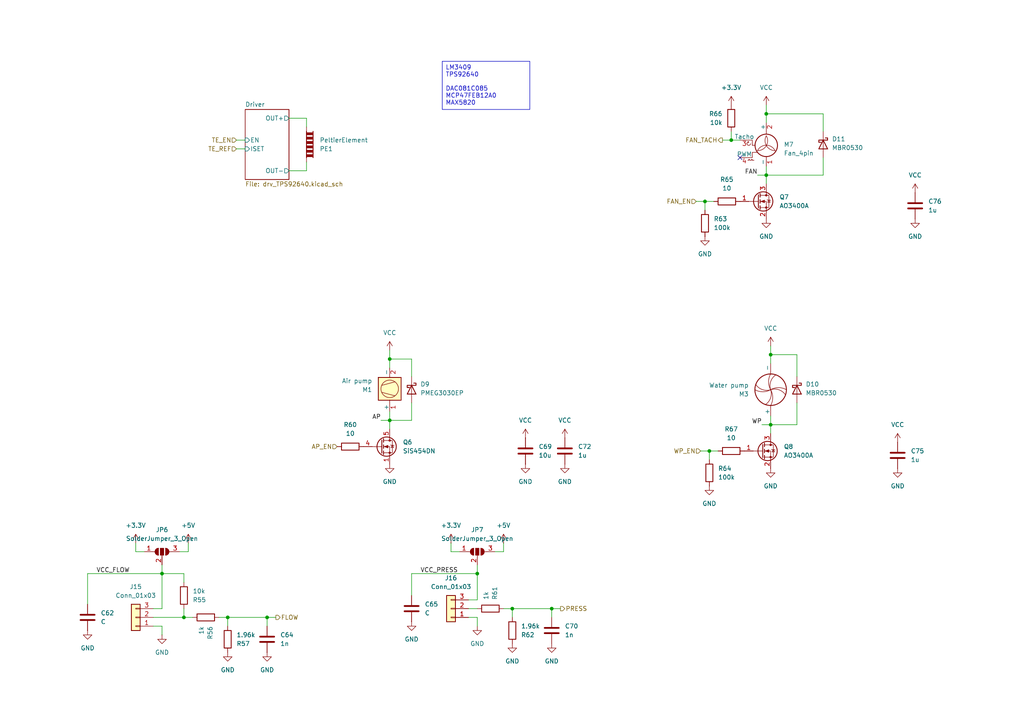
<source format=kicad_sch>
(kicad_sch (version 20231120) (generator "eeschema") (generator_version "8.0")
  (paper "A4")
  (title_block (title "Beerpak") (company "©2024 Luca Anastasio"))
  (lib_symbols
    (symbol "Connector_Generic:Conn_01x03" (pin_names (offset 1.016) hide)
      (property "Reference" "J" (at 0 5.08 0))
      (property "Value" "Conn_01x03" (at 0 -5.08 0))
      (symbol "Conn_01x03_1_1"
        (rectangle (start -1.27 -2.413) (end 0 -2.667) (stroke (width 0.1524)))
        (rectangle (start -1.27 0.127) (end 0 -0.127) (stroke (width 0.1524)))
        (rectangle (start -1.27 2.667) (end 0 2.413) (stroke (width 0.1524)))
        (rectangle (start -1.27 3.81) (end 1.27 -3.81) (stroke (width 0.254)) (fill (type background)))
        (pin passive line (at -5.08 2.54 0) (length 3.81) (name "Pin_1") (number "1"))
        (pin passive line (at -5.08 0 0) (length 3.81) (name "Pin_2") (number "2"))
        (pin passive line (at -5.08 -2.54 0) (length 3.81) (name "Pin_3") (number "3"))
      )
    )
    (symbol "Device:C" (pin_numbers hide) (pin_names (offset 0.254))
      (property "Reference" "C" (at 0.635 2.54 0))
      (property "Value" "C" (at 0.635 -2.54 0))
      (symbol "C_0_1"
        (polyline (pts (xy -2.032 -0.762) (xy 2.032 -0.762)) (stroke (width 0.508)))
        (polyline (pts (xy -2.032 0.762) (xy 2.032 0.762)) (stroke (width 0.508)))
      )
      (symbol "C_1_1"
        (pin passive line (at 0 3.81 270) (length 2.794) (name "~") (number "1"))
        (pin passive line (at 0 -3.81 90) (length 2.794) (name "~") (number "2"))
      )
    )
    (symbol "Device:D_Schottky" (pin_numbers hide) (pin_names (offset 1.016) hide)
      (property "Reference" "D" (at 0 2.54 0))
      (property "Value" "D_Schottky" (at 0 -2.54 0))
      (symbol "D_Schottky_0_1"
        (polyline (pts (xy 1.27 0) (xy -1.27 0)))
        (polyline (pts (xy 1.27 1.27) (xy 1.27 -1.27) (xy -1.27 0) (xy 1.27 1.27)) (stroke (width 0.254)))
        (polyline (pts (xy -1.905 0.635) (xy -1.905 1.27) (xy -1.27 1.27) (xy -1.27 -1.27) (xy -0.635 -1.27) (xy -0.635 -0.635)) (stroke (width 0.254)))
      )
      (symbol "D_Schottky_1_1"
        (pin passive line (at -3.81 0 0) (length 2.54) (name "K") (number "1"))
        (pin passive line (at 3.81 0 180) (length 2.54) (name "A") (number "2"))
      )
    )
    (symbol "Device:PeltierElement" (pin_numbers hide) (pin_names (offset 0))
      (property "Reference" "PE" (at 0 3.175 0))
      (property "Value" "PeltierElement" (at 0 -1.27 0))
      (symbol "PeltierElement_0_1"
        (rectangle (start -3.556 1.905) (end -2.921 0) (fill (type outline)))
        (rectangle (start -2.286 1.905) (end -1.651 0) (fill (type outline)))
        (rectangle (start -0.381 1.905) (end -1.016 0) (fill (type outline)))
        (polyline (pts (xy -3.81 0) (xy 3.81 0)) (stroke (width 0.254)) (fill (type outline)))
        (polyline (pts (xy -3.81 1.905) (xy 3.81 1.905)) (stroke (width 0.254)))
        (rectangle (start 0.889 1.905) (end 0.254 0) (fill (type outline)))
        (rectangle (start 1.524 0) (end 2.159 1.905) (fill (type outline)))
        (rectangle (start 2.794 0) (end 3.429 1.905) (fill (type outline)))
      )
      (symbol "PeltierElement_1_1"
        (pin passive line (at -5.08 0 0) (length 1.27) (name "~") (number "1"))
        (pin passive line (at 5.08 0 180) (length 1.27) (name "~") (number "2"))
      )
    )
    (symbol "Device:R" (pin_numbers hide) (pin_names (offset 0))
      (property "Reference" "R" (at 2.032 0 90))
      (property "Value" "R" (at 0 0 90))
      (symbol "R_0_1"
        (rectangle (start -1.016 -2.54) (end 1.016 2.54) (stroke (width 0.254)))
      )
      (symbol "R_1_1"
        (pin passive line (at 0 3.81 270) (length 1.27) (name "~") (number "1"))
        (pin passive line (at 0 -3.81 90) (length 1.27) (name "~") (number "2"))
      )
    )
    (symbol "Diode:MBR0530" (pin_numbers hide) (pin_names (offset 1.016) hide)
      (property "Reference" "D" (at 0 2.54 0))
      (property "Value" "MBR0530" (at 0 -2.54 0))
      (symbol "MBR0530_0_1"
        (polyline (pts (xy 1.27 0) (xy -1.27 0)))
        (polyline (pts (xy 1.27 1.27) (xy 1.27 -1.27) (xy -1.27 0) (xy 1.27 1.27)) (stroke (width 0.254)))
        (polyline (pts (xy -1.905 0.635) (xy -1.905 1.27) (xy -1.27 1.27) (xy -1.27 -1.27) (xy -0.635 -1.27) (xy -0.635 -0.635)) (stroke (width 0.254)))
      )
      (symbol "MBR0530_1_1"
        (pin passive line (at -3.81 0 0) (length 2.54) (name "K") (number "1"))
        (pin passive line (at 3.81 0 180) (length 2.54) (name "A") (number "2"))
      )
    )
    (symbol "Jumper:SolderJumper_3_Open" (pin_names (offset 0) hide) (exclude_from_sim yes) (in_bom no)
      (property "Reference" "JP" (at -2.54 -2.54 0))
      (property "Value" "SolderJumper_3_Open" (at 0 2.794 0))
      (symbol "SolderJumper_3_Open_0_1"
        (arc (start -1.016 1.016) (mid -2.0276 0) (end -1.016 -1.016))
        (arc (start -1.016 1.016) (mid -2.0276 0) (end -1.016 -1.016) (fill (type outline)))
        (rectangle (start -0.508 1.016) (end 0.508 -1.016) (fill (type outline)))
        (polyline (pts (xy -2.54 0) (xy -2.032 0)))
        (polyline (pts (xy -1.016 1.016) (xy -1.016 -1.016)))
        (polyline (pts (xy 0 -1.27) (xy 0 -1.016)))
        (polyline (pts (xy 1.016 1.016) (xy 1.016 -1.016)))
        (polyline (pts (xy 2.54 0) (xy 2.032 0)))
        (arc (start 1.016 -1.016) (mid 2.0276 0) (end 1.016 1.016))
        (arc (start 1.016 -1.016) (mid 2.0276 0) (end 1.016 1.016) (fill (type outline)))
      )
      (symbol "SolderJumper_3_Open_1_1"
        (pin passive line (at -5.08 0 0) (length 2.54) (name "A") (number "1"))
        (pin passive line (at 0 -3.81 90) (length 2.54) (name "C") (number "2"))
        (pin passive line (at 5.08 0 180) (length 2.54) (name "B") (number "3"))
      )
    )
    (symbol "Motor:Fan_4pin" (pin_names (offset 0))
      (property "Reference" "M" (at 2.54 5.08 0))
      (property "Value" "Fan_4pin" (at 2.54 -2.54 0))
      (symbol "Fan_4pin_0_0"
        (arc (start -5.588 1.524) (mid -5.08 1.0182) (end -4.572 1.524))
        (arc (start -5.08 2.032) (mid -5.4392 1.8832) (end -5.588 1.524))
        (polyline (pts (xy -5.08 2.032) (xy -5.334 2.159)))
        (polyline (pts (xy -5.08 2.032) (xy -5.207 1.778)))
        (polyline (pts (xy -4.064 2.54) (xy -4.064 1.016) (xy -3.302 1.016)))
      )
      (symbol "Fan_4pin_0_1"
        (arc (start -2.54 -0.508) (mid 0.0028 0.9121) (end 0 3.81))
        (polyline (pts (xy -4.064 2.54) (xy -5.08 2.54)))
        (polyline (pts (xy 0 -5.08) (xy 0 -4.572)))
        (polyline (pts (xy 0 -2.2352) (xy 0 -2.6416)))
        (polyline (pts (xy 0 4.2672) (xy 0 4.6228)))
        (polyline (pts (xy 0 4.572) (xy 0 5.08)))
        (polyline (pts (xy -2.54 -1.016) (xy -4.064 -1.016) (xy -4.064 -2.54) (xy -5.08 -2.54)))
        (polyline (pts (xy -5.334 -3.302) (xy -5.08 -3.302) (xy -5.08 -3.048) (xy -4.826 -3.048) (xy -4.826 -3.302) (xy -4.318 -3.302) (xy -4.318 -3.048) (xy -4.064 -3.048) (xy -4.064 -3.302) (xy -3.556 -3.302)))
        (circle (center 0 1.016) (radius 3.2512) (stroke (width 0.254)))
        (arc (start 0 3.81) (mid 0.053 0.921) (end 2.54 -0.508))
        (arc (start 2.54 -0.508) (mid 0 1.0618) (end -2.54 -0.508))
      )
      (symbol "Fan_4pin_1_1"
        (pin passive line (at 0 -5.08 90) (length 2.54) (name "-") (number "1"))
        (pin passive line (at 0 7.62 270) (length 2.54) (name "+") (number "2"))
        (pin passive line (at -7.62 2.54 0) (length 2.54) (name "Tacho") (number "3"))
        (pin input line (at -7.62 -2.54 0) (length 2.54) (name "PWM") (number "4"))
      )
    )
    (symbol "Motor:Fan_ALT" (pin_numbers hide) (pin_names (offset 0))
      (property "Reference" "M" (at 3.81 5.08 0))
      (property "Value" "Fan_ALT" (at 3.81 2.54 0))
      (symbol "Fan_ALT_0_1"
        (arc (start -4.572 0) (mid -2.286 -0.5988) (end 0 0))
        (arc (start -4.318 1.524) (mid -2.4153 0.0291) (end 0 0))
        (arc (start -1.524 -4.318) (mid -0.0291 -2.4153) (end 0 0))
        (arc (start 0 -4.572) (mid 0.5988 -2.286) (end 0 0))
        (polyline (pts (xy 0 -5.08) (xy 0 -4.572)))
        (polyline (pts (xy 0 4.572) (xy 0 5.08)))
        (circle (center 0 0) (radius 4.572) (stroke (width 0.254)))
        (arc (start 0 4.572) (mid -0.5988 2.286) (end 0 0))
        (arc (start 1.524 4.318) (mid 0.0291 2.4153) (end 0 0))
        (arc (start 4.318 -1.524) (mid 2.4153 -0.0291) (end 0 0))
        (arc (start 4.572 0) (mid 2.286 0.5988) (end 0 0))
      )
      (symbol "Fan_ALT_1_1"
        (pin passive line (at 0 7.62 270) (length 2.54) (name "+") (number "1"))
        (pin passive line (at 0 -7.62 90) (length 2.54) (name "-") (number "2"))
      )
    )
    (symbol "Motor:Fan_IEC60617" (pin_names (offset 0))
      (property "Reference" "M" (at 3.81 3.81 0))
      (property "Value" "Fan_IEC60617" (at 3.81 2.54 0))
      (symbol "Fan_IEC60617_0_1"
        (rectangle (start -3.302 4.318) (end 3.302 -2.286) (stroke (width 0.254)) (fill (type background)))
        (polyline (pts (xy -1.524 -1.016) (xy 2.286 0)))
        (polyline (pts (xy -1.524 3.048) (xy 2.286 2.032)))
        (polyline (pts (xy 0 -5.08) (xy 0 -4.572)))
        (polyline (pts (xy 0 -2.2352) (xy 0 -2.6416)))
        (polyline (pts (xy 0 4.2672) (xy 0 4.6228)))
        (polyline (pts (xy 0 4.572) (xy 0 5.08)))
        (circle (center 0 1.016) (radius 2.54))
      )
      (symbol "Fan_IEC60617_1_1"
        (pin passive line (at 0 7.62 270) (length 2.54) (name "+") (number "1"))
        (pin passive line (at 0 -5.08 90) (length 2.54) (name "-") (number "2"))
      )
    )
    (symbol "Transistor_FET:AO3400A" (pin_names hide)
      (property "Reference" "Q" (at 5.08 1.905 0))
      (property "Value" "AO3400A" (at 5.08 0 0))
      (symbol "AO3400A_0_1"
        (polyline (pts (xy 0.254 0) (xy -2.54 0)))
        (polyline (pts (xy 0.254 1.905) (xy 0.254 -1.905)) (stroke (width 0.254)))
        (polyline (pts (xy 0.762 -1.27) (xy 0.762 -2.286)) (stroke (width 0.254)))
        (polyline (pts (xy 0.762 0.508) (xy 0.762 -0.508)) (stroke (width 0.254)))
        (polyline (pts (xy 0.762 2.286) (xy 0.762 1.27)) (stroke (width 0.254)))
        (polyline (pts (xy 2.54 2.54) (xy 2.54 1.778)))
        (polyline (pts (xy 2.54 -2.54) (xy 2.54 0) (xy 0.762 0)))
        (polyline (pts (xy 0.762 -1.778) (xy 3.302 -1.778) (xy 3.302 1.778) (xy 0.762 1.778)))
        (polyline (pts (xy 1.016 0) (xy 2.032 0.381) (xy 2.032 -0.381) (xy 1.016 0)) (fill (type outline)))
        (polyline (pts (xy 2.794 0.508) (xy 2.921 0.381) (xy 3.683 0.381) (xy 3.81 0.254)))
        (polyline (pts (xy 3.302 0.381) (xy 2.921 -0.254) (xy 3.683 -0.254) (xy 3.302 0.381)))
        (circle (center 1.651 0) (radius 2.794) (stroke (width 0.254)))
        (circle (center 2.54 -1.778) (radius 0.254) (fill (type outline)))
        (circle (center 2.54 1.778) (radius 0.254) (fill (type outline)))
      )
      (symbol "AO3400A_1_1"
        (pin input line (at -5.08 0 0) (length 2.54) (name "G") (number "1"))
        (pin passive line (at 2.54 -5.08 90) (length 2.54) (name "S") (number "2"))
        (pin passive line (at 2.54 5.08 270) (length 2.54) (name "D") (number "3"))
      )
    )
    (symbol "Transistor_FET:SiS454DN" (pin_names hide)
      (property "Reference" "Q" (at 5.08 1.905 0))
      (property "Value" "SiS454DN" (at 5.08 0 0))
      (symbol "SiS454DN_0_1"
        (polyline (pts (xy 0.254 0) (xy -2.54 0)))
        (polyline (pts (xy 0.254 1.905) (xy 0.254 -1.905)) (stroke (width 0.254)))
        (polyline (pts (xy 0.762 -1.27) (xy 0.762 -2.286)) (stroke (width 0.254)))
        (polyline (pts (xy 0.762 0.508) (xy 0.762 -0.508)) (stroke (width 0.254)))
        (polyline (pts (xy 0.762 2.286) (xy 0.762 1.27)) (stroke (width 0.254)))
        (polyline (pts (xy 2.54 2.54) (xy 2.54 1.778)))
        (polyline (pts (xy 2.54 -2.54) (xy 2.54 0) (xy 0.762 0)))
        (polyline (pts (xy 0.762 -1.778) (xy 3.302 -1.778) (xy 3.302 1.778) (xy 0.762 1.778)))
        (polyline (pts (xy 1.016 0) (xy 2.032 0.381) (xy 2.032 -0.381) (xy 1.016 0)) (fill (type outline)))
        (polyline (pts (xy 2.794 0.508) (xy 2.921 0.381) (xy 3.683 0.381) (xy 3.81 0.254)))
        (polyline (pts (xy 3.302 0.381) (xy 2.921 -0.254) (xy 3.683 -0.254) (xy 3.302 0.381)))
        (circle (center 1.651 0) (radius 2.794) (stroke (width 0.254)))
        (circle (center 2.54 -1.778) (radius 0.254) (fill (type outline)))
        (circle (center 2.54 1.778) (radius 0.254) (fill (type outline)))
      )
      (symbol "SiS454DN_1_1"
        (pin passive line (at 2.54 -5.08 90) (length 2.54) (name "S") (number "1"))
        (pin passive line (at 2.54 -5.08 90) (length 2.54) hide (name "S") (number "2"))
        (pin passive line (at 2.54 -5.08 90) (length 2.54) hide (name "S") (number "3"))
        (pin input line (at -5.08 0 0) (length 2.54) (name "G") (number "4"))
        (pin passive line (at 2.54 5.08 270) (length 2.54) (name "D") (number "5"))
      )
    )
    (symbol "power:+3.3V" (power) (pin_numbers hide) (pin_names (offset 0) hide)
      (property "Value" "+3.3V" (at 0 3.556 0))
      (symbol "+3.3V_0_1"
        (polyline (pts (xy -0.762 1.27) (xy 0 2.54)))
        (polyline (pts (xy 0 0) (xy 0 2.54)))
        (polyline (pts (xy 0 2.54) (xy 0.762 1.27)))
      )
      (symbol "+3.3V_1_1"
        (pin power_in line (at 0 0 90) (length 0) (name "~") (number "1"))
      )
    )
    (symbol "power:+5V" (power) (pin_numbers hide) (pin_names (offset 0) hide)
      (property "Value" "+5V" (at 0 3.556 0))
      (symbol "+5V_0_1"
        (polyline (pts (xy -0.762 1.27) (xy 0 2.54)))
        (polyline (pts (xy 0 0) (xy 0 2.54)))
        (polyline (pts (xy 0 2.54) (xy 0.762 1.27)))
      )
      (symbol "+5V_1_1"
        (pin power_in line (at 0 0 90) (length 0) (name "~") (number "1"))
      )
    )
    (symbol "power:GND" (power) (pin_numbers hide) (pin_names (offset 0) hide)
      (property "Value" "GND" (at 0 -3.81 0))
      (symbol "GND_0_1"
        (polyline (pts (xy 0 0) (xy 0 -1.27) (xy 1.27 -1.27) (xy 0 -2.54) (xy -1.27 -1.27) (xy 0 -1.27)))
      )
      (symbol "GND_1_1"
        (pin power_in line (at 0 0 270) (length 0) (name "~") (number "1"))
      )
    )
    (symbol "power:VCC" (power) (pin_numbers hide) (pin_names (offset 0) hide)
      (property "Value" "VCC" (at 0 3.556 0))
      (symbol "VCC_0_1"
        (polyline (pts (xy -0.762 1.27) (xy 0 2.54)))
        (polyline (pts (xy 0 0) (xy 0 2.54)))
        (polyline (pts (xy 0 2.54) (xy 0.762 1.27)))
      )
      (symbol "VCC_1_1"
        (pin power_in line (at 0 0 90) (length 0) (name "~") (number "1"))
      )
    )
  )
  (junction (at 160.02 176.53))
  (junction (at 222.25 33.02))
  (junction (at 113.03 104.14))
  (junction (at 77.47 179.07))
  (junction (at 148.59 176.53))
  (junction (at 46.99 166.37))
  (junction (at 204.47 58.42))
  (junction (at 138.43 166.37))
  (junction (at 113.03 121.92))
  (junction (at 223.52 102.87))
  (junction (at 212.09 40.64))
  (junction (at 53.34 179.07))
  (junction (at 223.52 123.19))
  (junction (at 205.74 130.81))
  (junction (at 222.25 50.8))
  (junction (at 66.04 179.07))
  (no_connect (at 214.63 45.72))
  (wire (pts (xy 222.25 30.48) (xy 222.25 33.02)))
  (wire (pts (xy 231.14 102.87) (xy 223.52 102.87)))
  (wire (pts (xy 88.9 49.53) (xy 88.9 46.99)))
  (wire (pts (xy 223.52 123.19) (xy 223.52 125.73)))
  (wire (pts (xy 160.02 176.53) (xy 162.56 176.53)))
  (wire (pts (xy 238.76 50.8) (xy 222.25 50.8)))
  (wire (pts (xy 146.05 160.02) (xy 143.51 160.02)))
  (wire (pts (xy 222.25 48.26) (xy 222.25 50.8)))
  (wire (pts (xy 113.03 121.92) (xy 113.03 124.46)))
  (wire (pts (xy 212.09 40.64) (xy 214.63 40.64)))
  (wire (pts (xy 138.43 166.37) (xy 138.43 173.99)))
  (wire (pts (xy 77.47 179.07) (xy 80.01 179.07)))
  (wire (pts (xy 146.05 157.48) (xy 146.05 160.02)))
  (wire (pts (xy 110.49 121.92) (xy 113.03 121.92)))
  (wire (pts (xy 53.34 176.53) (xy 53.34 179.07)))
  (wire (pts (xy 46.99 176.53) (xy 44.45 176.53)))
  (wire (pts (xy 39.37 157.48) (xy 39.37 160.02)))
  (wire (pts (xy 119.38 109.22) (xy 119.38 104.14)))
  (wire (pts (xy 204.47 58.42) (xy 207.01 58.42)))
  (wire (pts (xy 205.74 130.81) (xy 205.74 133.35)))
  (wire (pts (xy 83.82 34.29) (xy 88.9 34.29)))
  (wire (pts (xy 68.58 40.64) (xy 71.12 40.64)))
  (wire (pts (xy 231.14 116.84) (xy 231.14 123.19)))
  (wire (pts (xy 148.59 176.53) (xy 148.59 179.07)))
  (wire (pts (xy 231.14 123.19) (xy 223.52 123.19)))
  (wire (pts (xy 222.25 50.8) (xy 222.25 53.34)))
  (wire (pts (xy 25.4 175.26) (xy 25.4 166.37)))
  (wire (pts (xy 39.37 160.02) (xy 41.91 160.02)))
  (wire (pts (xy 53.34 179.07) (xy 44.45 179.07)))
  (wire (pts (xy 88.9 34.29) (xy 88.9 36.83)))
  (wire (pts (xy 46.99 166.37) (xy 46.99 176.53)))
  (wire (pts (xy 66.04 179.07) (xy 77.47 179.07)))
  (wire (pts (xy 220.98 123.19) (xy 223.52 123.19)))
  (wire (pts (xy 203.2 130.81) (xy 205.74 130.81)))
  (wire (pts (xy 68.58 43.18) (xy 71.12 43.18)))
  (wire (pts (xy 119.38 172.72) (xy 119.38 166.37)))
  (wire (pts (xy 54.61 160.02) (xy 52.07 160.02)))
  (wire (pts (xy 238.76 45.72) (xy 238.76 50.8)))
  (wire (pts (xy 46.99 163.83) (xy 46.99 166.37)))
  (wire (pts (xy 209.55 40.64) (xy 212.09 40.64)))
  (wire (pts (xy 219.71 50.8) (xy 222.25 50.8)))
  (wire (pts (xy 54.61 157.48) (xy 54.61 160.02)))
  (wire (pts (xy 205.74 130.81) (xy 208.28 130.81)))
  (wire (pts (xy 223.52 100.33) (xy 223.52 102.87)))
  (wire (pts (xy 66.04 179.07) (xy 66.04 181.61)))
  (wire (pts (xy 113.03 104.14) (xy 113.03 106.68)))
  (wire (pts (xy 53.34 168.91) (xy 53.34 166.37)))
  (wire (pts (xy 138.43 163.83) (xy 138.43 166.37)))
  (wire (pts (xy 231.14 109.22) (xy 231.14 102.87)))
  (wire (pts (xy 138.43 179.07) (xy 135.89 179.07)))
  (wire (pts (xy 204.47 58.42) (xy 204.47 60.96)))
  (wire (pts (xy 25.4 166.37) (xy 46.99 166.37)))
  (wire (pts (xy 53.34 166.37) (xy 46.99 166.37)))
  (wire (pts (xy 223.52 102.87) (xy 223.52 105.41)))
  (wire (pts (xy 160.02 176.53) (xy 160.02 179.07)))
  (wire (pts (xy 130.81 160.02) (xy 133.35 160.02)))
  (wire (pts (xy 46.99 184.15) (xy 46.99 181.61)))
  (wire (pts (xy 223.52 120.65) (xy 223.52 123.19)))
  (wire (pts (xy 138.43 181.61) (xy 138.43 179.07)))
  (wire (pts (xy 238.76 33.02) (xy 222.25 33.02)))
  (wire (pts (xy 146.05 176.53) (xy 148.59 176.53)))
  (wire (pts (xy 119.38 116.84) (xy 119.38 121.92)))
  (wire (pts (xy 113.03 101.6) (xy 113.03 104.14)))
  (wire (pts (xy 238.76 38.1) (xy 238.76 33.02)))
  (wire (pts (xy 119.38 166.37) (xy 138.43 166.37)))
  (wire (pts (xy 130.81 157.48) (xy 130.81 160.02)))
  (wire (pts (xy 135.89 176.53) (xy 138.43 176.53)))
  (wire (pts (xy 148.59 176.53) (xy 160.02 176.53)))
  (wire (pts (xy 119.38 121.92) (xy 113.03 121.92)))
  (wire (pts (xy 46.99 181.61) (xy 44.45 181.61)))
  (wire (pts (xy 63.5 179.07) (xy 66.04 179.07)))
  (wire (pts (xy 113.03 119.38) (xy 113.03 121.92)))
  (wire (pts (xy 53.34 179.07) (xy 55.88 179.07)))
  (wire (pts (xy 83.82 49.53) (xy 88.9 49.53)))
  (wire (pts (xy 77.47 179.07) (xy 77.47 181.61)))
  (wire (pts (xy 119.38 104.14) (xy 113.03 104.14)))
  (wire (pts (xy 212.09 38.1) (xy 212.09 40.64)))
  (wire (pts (xy 222.25 33.02) (xy 222.25 35.56)))
  (wire (pts (xy 201.93 58.42) (xy 204.47 58.42)))
  (wire (pts (xy 135.89 173.99) (xy 138.43 173.99)))
  (text_box "LM3409\nTPS92640\n\nDAC081C085\nMCP47FEB12A0\nMAX5820" (at 128.27 17.78 0) (size 25.4 13.97) (effects (font (size 1.27 1.27)) (justify left top)))
  (label "AP" (at 110.49 121.92 180))
  (label "WP" (at 220.98 123.19 180))
  (label "VCC_FLOW" (at 27.94 166.37 0))
  (label "FAN" (at 219.71 50.8 180))
  (label "VCC_PRESS" (at 121.92 166.37 0))
  (hierarchical_label "PRESS" (shape output) (at 162.56 176.53 0))
  (hierarchical_label "AP_EN" (shape input) (at 97.79 129.54 180))
  (hierarchical_label "FLOW" (shape output) (at 80.01 179.07 0))
  (hierarchical_label "TE_EN" (shape input) (at 68.58 40.64 180))
  (hierarchical_label "FAN_EN" (shape input) (at 201.93 58.42 180))
  (hierarchical_label "FAN_TACH" (shape output) (at 209.55 40.64 180))
  (hierarchical_label "WP_EN" (shape input) (at 203.2 130.81 180))
  (hierarchical_label "TE_REF" (shape input) (at 68.58 43.18 180))
  (symbol (lib_id "Device:R") (at 66.04 185.42 0) (mirror x) (unit 1)
    (property "Reference" "R57" (at 68.58 186.6901 0) (effects (justify left)))
    (property "Value" "1.96k" (at 68.58 184.1501 0) (effects (justify left)))
    (property "Footprint" "Resistor_SMD:R_0603_1608Metric" (effects (hide yes)))
    (property "Description" "Resistor" (effects (hide yes)))
    (instances (project "portabeer_pcb" (path "" (reference "R57") (unit 1)) (path "" (reference "R74") (unit 1))))
  )
  (symbol (lib_id "Device:C") (at 25.4 179.07 0) (unit 1)
    (property "Reference" "C62" (at 29.21 177.7999 0) (effects (justify left)))
    (property "Value" "C" (at 29.21 180.3399 0) (effects (justify left)))
    (property "Footprint" "Capacitor_SMD:C_0603_1608Metric" (effects (hide yes)))
    (property "Description" "Unpolarized capacitor" (effects (hide yes)))
    (instances (project "portabeer_pcb" (path "" (reference "C62") (unit 1)) (path "" (reference "C77") (unit 1))))
  )
  (symbol (lib_id "Device:R") (at 212.09 130.81 90) (unit 1)
    (property "Reference" "R67" (at 212.09 124.46 90))
    (property "Value" "10" (at 212.09 127 90))
    (property "Footprint" "Resistor_SMD:R_0603_1608Metric" (effects (hide yes)))
    (property "Description" "Resistor" (effects (hide yes)))
    (instances (project "" (path "" (reference "R67") (unit 1)) (path "" (reference "R84") (unit 1))))
  )
  (symbol (lib_id "Transistor_FET:AO3400A") (at 220.98 130.81 0) (unit 1)
    (property "Reference" "Q8" (at 227.33 129.5399 0) (effects (justify left)))
    (property "Value" "AO3400A" (at 227.33 132.0799 0) (effects (justify left)))
    (property "Footprint" "Package_TO_SOT_SMD:SOT-23" (effects (hide yes)))
    (property "Datasheet" "http://www.aosmd.com/pdfs/datasheet/AO3400A.pdf" (effects (hide yes)))
    (property "Description" "30V Vds, 5.7A Id, N-Channel MOSFET, SOT-23" (effects (hide yes)))
    (instances (project "portabeer_pcb" (path "" (reference "Q8") (unit 1)) (path "" (reference "Q11") (unit 1))))
  )
  (symbol (lib_id "Device:R") (at 101.6 129.54 90) (unit 1)
    (property "Reference" "R60" (at 101.6 123.19 90))
    (property "Value" "10" (at 101.6 125.73 90))
    (property "Footprint" "Resistor_SMD:R_0603_1608Metric" (effects (hide yes)))
    (property "Description" "Resistor" (effects (hide yes)))
    (instances (project "portabeer_pcb" (path "" (reference "R60") (unit 1)) (path "" (reference "R77") (unit 1))))
  )
  (symbol (lib_id "power:GND") (at 119.38 180.34 0) (unit 1)
    (property "Reference" "#PWR0208" (effects (hide yes)))
    (property "Value" "GND" (at 119.38 185.42 0))
    (property "Description" "Power symbol creates a global label with name \"GND\" , ground" (effects (hide yes)))
    (instances (project "portabeer_pcb" (path "" (reference "#PWR0208") (unit 1)) (path "" (reference "#PWR0260") (unit 1))))
  )
  (symbol (lib_id "Device:C") (at 265.43 59.69 0) (unit 1)
    (property "Reference" "C76" (at 269.24 58.4199 0) (effects (justify left)))
    (property "Value" "1u" (at 269.24 60.9599 0) (effects (justify left)))
    (property "Footprint" "Capacitor_SMD:C_0603_1608Metric" (effects (hide yes)))
    (property "Description" "Unpolarized capacitor" (effects (hide yes)))
    (instances (project "" (path "" (reference "C76") (unit 1)) (path "" (reference "C91") (unit 1))))
  )
  (symbol (lib_id "power:GND") (at 113.03 134.62 0) (unit 1)
    (property "Reference" "#PWR0207" (effects (hide yes)))
    (property "Value" "GND" (at 113.03 139.7 0))
    (property "Description" "Power symbol creates a global label with name \"GND\" , ground" (effects (hide yes)))
    (instances (project "" (path "" (reference "#PWR0207") (unit 1)) (path "" (reference "#PWR0259") (unit 1))))
  )
  (symbol (lib_id "power:+3.3V") (at 130.81 157.48 0) (unit 1)
    (property "Reference" "#PWR0209" (effects (hide yes)))
    (property "Value" "+3.3V" (at 130.81 152.4 0))
    (property "Description" "Power symbol creates a global label with name \"+3.3V\"" (effects (hide yes)))
    (instances (project "portabeer_pcb" (path "" (reference "#PWR0209") (unit 1)) (path "" (reference "#PWR0261") (unit 1))))
  )
  (symbol (lib_id "power:GND") (at 265.43 63.5 0) (unit 1)
    (property "Reference" "#PWR0240" (effects (hide yes)))
    (property "Value" "GND" (at 265.43 68.58 0))
    (property "Description" "Power symbol creates a global label with name \"GND\" , ground" (effects (hide yes)))
    (instances (project "" (path "" (reference "#PWR0240") (unit 1)) (path "" (reference "#PWR0292") (unit 1))))
  )
  (symbol (lib_id "power:GND") (at 66.04 189.23 0) (unit 1)
    (property "Reference" "#PWR0200" (effects (hide yes)))
    (property "Value" "GND" (at 66.04 194.31 0))
    (property "Description" "Power symbol creates a global label with name \"GND\" , ground" (effects (hide yes)))
    (instances (project "portabeer_pcb" (path "" (reference "#PWR0200") (unit 1)) (path "" (reference "#PWR0252") (unit 1))))
  )
  (symbol (lib_id "Motor:Fan_ALT") (at 223.52 113.03 180) (unit 1)
    (property "Reference" "M3" (at 217.17 114.3001 0) (effects (justify left)))
    (property "Value" "Water pump" (at 217.17 111.7601 0) (effects (justify left)))
    (property "Footprint" "portabeer:Molex_KK-254_1x02_P2.54mm_Horizontal" (effects (hide yes)))
    (property "Description" "Fan without PWM or tach, alternative symbol" (effects (hide yes)))
    (instances (project "" (path "" (reference "M3") (unit 1)) (path "" (reference "M6") (unit 1))))
  )
  (symbol (lib_id "Device:C") (at 119.38 176.53 0) (unit 1)
    (property "Reference" "C65" (at 123.19 175.2599 0) (effects (justify left)))
    (property "Value" "C" (at 123.19 177.7999 0) (effects (justify left)))
    (property "Footprint" "Capacitor_SMD:C_0603_1608Metric" (effects (hide yes)))
    (property "Description" "Unpolarized capacitor" (effects (hide yes)))
    (instances (project "portabeer_pcb" (path "" (reference "C65") (unit 1)) (path "" (reference "C80") (unit 1))))
  )
  (symbol (lib_id "Device:R") (at 142.24 176.53 270) (mirror x) (unit 1)
    (property "Reference" "R61" (at 143.5101 173.99 0) (effects (justify left)))
    (property "Value" "1k" (at 140.9701 173.99 0) (effects (justify left)))
    (property "Footprint" "Resistor_SMD:R_0603_1608Metric" (effects (hide yes)))
    (property "Description" "Resistor" (effects (hide yes)))
    (instances (project "portabeer_pcb" (path "" (reference "R61") (unit 1)) (path "" (reference "R78") (unit 1))))
  )
  (symbol (lib_id "power:GND") (at 205.74 140.97 0) (unit 1)
    (property "Reference" "#PWR0227" (effects (hide yes)))
    (property "Value" "GND" (at 205.74 146.05 0))
    (property "Description" "Power symbol creates a global label with name \"GND\" , ground" (effects (hide yes)))
    (instances (project "portabeer_pcb" (path "" (reference "#PWR0227") (unit 1)) (path "" (reference "#PWR0279") (unit 1))))
  )
  (symbol (lib_id "Device:PeltierElement") (at 88.9 41.91 270) (mirror x) (unit 1)
    (property "Reference" "PE1" (at 92.71 43.1801 90) (effects (justify left)))
    (property "Value" "PeltierElement" (at 92.71 40.6401 90) (effects (justify left)))
    (property "Footprint" "Connector_Phoenix_MSTB:PhoenixContact_MSTBA_2,5_2-G-5,08_1x02_P5.08mm_Horizontal" (effects (hide yes)))
    (property "Description" "Peltier element, thermoelectric cooler" (effects (hide yes)))
    (instances (project "" (path "" (reference "PE1") (unit 1)) (path "" (reference "PE2") (unit 1))))
  )
  (symbol (lib_id "Transistor_FET:SiS454DN") (at 110.49 129.54 0) (unit 1)
    (property "Reference" "Q6" (at 116.84 128.2699 0) (effects (justify left)))
    (property "Value" "SiS454DN" (at 116.84 130.8099 0) (effects (justify left)))
    (property "Footprint" "portabeer:Vishay_PowerPAK_1212-8_Single" (effects (hide yes)))
    (property "Datasheet" "https://www.vishay.com/docs/66707/sis454dn.pdf" (effects (hide yes)))
    (property "Description" "35A Id, 20V Vds, N-Channel MOSFET, PowerPAK 1212-8 Single" (effects (hide yes)))
    (instances (project "" (path "" (reference "Q6") (unit 1)) (path "" (reference "Q9") (unit 1))))
  )
  (symbol (lib_id "power:GND") (at 223.52 135.89 0) (unit 1)
    (property "Reference" "#PWR0232" (effects (hide yes)))
    (property "Value" "GND" (at 223.52 140.97 0))
    (property "Description" "Power symbol creates a global label with name \"GND\" , ground" (effects (hide yes)))
    (instances (project "" (path "" (reference "#PWR0232") (unit 1)) (path "" (reference "#PWR0284") (unit 1))))
  )
  (symbol (lib_id "power:GND") (at 204.47 68.58 0) (unit 1)
    (property "Reference" "#PWR0226" (effects (hide yes)))
    (property "Value" "GND" (at 204.47 73.66 0))
    (property "Description" "Power symbol creates a global label with name \"GND\" , ground" (effects (hide yes)))
    (instances (project "portabeer_pcb" (path "" (reference "#PWR0226") (unit 1)) (path "" (reference "#PWR0278") (unit 1))))
  )
  (symbol (lib_id "Device:D_Schottky") (at 119.38 113.03 270) (unit 1)
    (property "Reference" "D9" (at 121.92 111.4424 90) (effects (justify left)))
    (property "Value" "PMEG3030EP" (at 121.92 113.9824 90) (effects (justify left)))
    (property "Footprint" "Diode_SMD:D_SOD-128" (effects (hide yes)))
    (property "Description" "Schottky diode" (effects (hide yes)))
    (instances (project "portabeer_pcb" (path "" (reference "D9") (unit 1)) (path "" (reference "D12") (unit 1))))
  )
  (symbol (lib_id "power:+3.3V") (at 212.09 30.48 0) (unit 1)
    (property "Reference" "#PWR0228" (effects (hide yes)))
    (property "Value" "+3.3V" (at 212.09 25.4 0))
    (property "Description" "Power symbol creates a global label with name \"+3.3V\"" (effects (hide yes)))
    (instances (project "" (path "" (reference "#PWR0228") (unit 1)) (path "" (reference "#PWR0280") (unit 1))))
  )
  (symbol (lib_id "Connector_Generic:Conn_01x03") (at 39.37 179.07 180) (unit 1)
    (property "Reference" "J15" (at 39.37 170.18 0))
    (property "Value" "Conn_01x03" (at 39.37 172.72 0))
    (property "Footprint" "Connector_JST:JST_XH_B3B-XH-A_1x03_P2.50mm_Vertical" (effects (hide yes)))
    (property "Description" "Generic connector, single row, 01x03, script generated (kicad-library-utils/schlib/autogen/connector/)" (effects (hide yes)))
    (instances (project "" (path "" (reference "J15") (unit 1)) (path "" (reference "J17") (unit 1))))
  )
  (symbol (lib_id "Diode:MBR0530") (at 231.14 113.03 270) (unit 1)
    (property "Reference" "D10" (at 233.68 111.4424 90) (effects (justify left)))
    (property "Value" "MBR0530" (at 233.68 113.9824 90) (effects (justify left)))
    (property "Footprint" "Diode_SMD:D_SOD-123" (effects (hide yes)))
    (property "Datasheet" "http://www.mccsemi.com/up_pdf/MBR0520~MBR0580(SOD123).pdf" (effects (hide yes)))
    (property "Description" "30V 0.5A Schottky Power Rectifier Diode, SOD-123" (effects (hide yes)))
    (instances (project "portabeer_pcb" (path "" (reference "D10") (unit 1)) (path "" (reference "D13") (unit 1))))
  )
  (symbol (lib_id "power:+5V") (at 146.05 157.48 0) (unit 1)
    (property "Reference" "#PWR0215" (effects (hide yes)))
    (property "Value" "+5V" (at 146.05 152.4 0))
    (property "Description" "Power symbol creates a global label with name \"+5V\"" (effects (hide yes)))
    (instances (project "" (path "" (reference "#PWR0215") (unit 1)) (path "" (reference "#PWR0267") (unit 1))))
  )
  (symbol (lib_id "power:+5V") (at 54.61 157.48 0) (unit 1)
    (property "Reference" "#PWR0194" (effects (hide yes)))
    (property "Value" "+5V" (at 54.61 152.4 0))
    (property "Description" "Power symbol creates a global label with name \"+5V\"" (effects (hide yes)))
    (instances (project "portabeer_pcb" (path "" (reference "#PWR0194") (unit 1)) (path "" (reference "#PWR0246") (unit 1))))
  )
  (symbol (lib_id "power:GND") (at 163.83 134.62 0) (unit 1)
    (property "Reference" "#PWR0225" (effects (hide yes)))
    (property "Value" "GND" (at 163.83 139.7 0))
    (property "Description" "Power symbol creates a global label with name \"GND\" , ground" (effects (hide yes)))
    (instances (project "portabeer_pcb" (path "" (reference "#PWR0225") (unit 1)) (path "" (reference "#PWR0277") (unit 1))))
  )
  (symbol (lib_id "Device:C") (at 160.02 182.88 0) (unit 1)
    (property "Reference" "C70" (at 163.83 181.6099 0) (effects (justify left)))
    (property "Value" "1n" (at 163.83 184.1499 0) (effects (justify left)))
    (property "Footprint" "Capacitor_SMD:C_0603_1608Metric" (effects (hide yes)))
    (property "Description" "Unpolarized capacitor" (effects (hide yes)))
    (instances (project "portabeer_pcb" (path "" (reference "C70") (unit 1)) (path "" (reference "C85") (unit 1))))
  )
  (symbol (lib_id "Jumper:SolderJumper_3_Open") (at 46.99 160.02 0) (unit 1) (exclude_from_sim yes) (in_bom no)
    (property "Reference" "JP6" (at 46.99 153.67 0))
    (property "Value" "SolderJumper_3_Open" (at 46.99 156.21 0))
    (property "Footprint" "Jumper:SolderJumper-3_P1.3mm_Open_RoundedPad1.0x1.5mm" (effects (hide yes)))
    (property "Description" "Solder Jumper, 3-pole, open" (effects (hide yes)))
    (instances (project "" (path "" (reference "JP6") (unit 1)) (path "" (reference "JP8") (unit 1))))
  )
  (symbol (lib_id "Device:C") (at 163.83 130.81 0) (unit 1)
    (property "Reference" "C72" (at 167.64 129.5399 0) (effects (justify left)))
    (property "Value" "1u" (at 167.64 132.0799 0) (effects (justify left)))
    (property "Footprint" "Capacitor_SMD:C_0603_1608Metric" (effects (hide yes)))
    (property "Description" "Unpolarized capacitor" (effects (hide yes)))
    (instances (project "portabeer_pcb" (path "" (reference "C72") (unit 1)) (path "" (reference "C87") (unit 1))))
  )
  (symbol (lib_id "power:GND") (at 25.4 182.88 0) (unit 1)
    (property "Reference" "#PWR0189" (effects (hide yes)))
    (property "Value" "GND" (at 25.4 187.96 0))
    (property "Description" "Power symbol creates a global label with name \"GND\" , ground" (effects (hide yes)))
    (instances (project "portabeer_pcb" (path "" (reference "#PWR0189") (unit 1)) (path "" (reference "#PWR0241") (unit 1))))
  )
  (symbol (lib_id "power:VCC") (at 222.25 30.48 0) (unit 1)
    (property "Reference" "#PWR0229" (effects (hide yes)))
    (property "Value" "VCC" (at 222.25 25.4 0))
    (property "Description" "Power symbol creates a global label with name \"VCC\"" (effects (hide yes)))
    (instances (project "portabeer_pcb" (path "" (reference "#PWR0229") (unit 1)) (path "" (reference "#PWR0281") (unit 1))))
  )
  (symbol (lib_id "Device:R") (at 205.74 137.16 180) (unit 1)
    (property "Reference" "R64" (at 208.28 135.8899 0) (effects (justify right)))
    (property "Value" "100k" (at 208.28 138.4299 0) (effects (justify right)))
    (property "Footprint" "Resistor_SMD:R_0603_1608Metric" (effects (hide yes)))
    (property "Description" "Resistor" (effects (hide yes)))
    (instances (project "portabeer_pcb" (path "" (reference "R64") (unit 1)) (path "" (reference "R81") (unit 1))))
  )
  (symbol (lib_id "Device:R") (at 53.34 172.72 0) (mirror x) (unit 1)
    (property "Reference" "R55" (at 55.88 173.9901 0) (effects (justify left)))
    (property "Value" "10k" (at 55.88 171.4501 0) (effects (justify left)))
    (property "Footprint" "Resistor_SMD:R_0603_1608Metric" (effects (hide yes)))
    (property "Description" "Resistor" (effects (hide yes)))
    (instances (project "portabeer_pcb" (path "" (reference "R55") (unit 1)) (path "" (reference "R72") (unit 1))))
  )
  (symbol (lib_id "Diode:MBR0530") (at 238.76 41.91 270) (unit 1)
    (property "Reference" "D11" (at 241.3 40.3224 90) (effects (justify left)))
    (property "Value" "MBR0530" (at 241.3 42.8624 90) (effects (justify left)))
    (property "Footprint" "Diode_SMD:D_SOD-123" (effects (hide yes)))
    (property "Datasheet" "http://www.mccsemi.com/up_pdf/MBR0520~MBR0580(SOD123).pdf" (effects (hide yes)))
    (property "Description" "30V 0.5A Schottky Power Rectifier Diode, SOD-123" (effects (hide yes)))
    (instances (project "" (path "" (reference "D11") (unit 1)) (path "" (reference "D14") (unit 1))))
  )
  (symbol (lib_id "Motor:Fan_4pin") (at 222.25 43.18 0) (unit 1)
    (property "Reference" "M7" (at 227.33 41.9099 0) (effects (justify left)))
    (property "Value" "Fan_4pin" (at 227.33 44.4499 0) (effects (justify left)))
    (property "Footprint" "portabeer:Molex_KK-254_1x03_P2.54mm_Horizontal" (effects (hide yes)))
    (property "Datasheet" "http://www.formfactors.org/developer%5Cspecs%5Crev1_2_public.pdf" (effects (hide yes)))
    (property "Description" "Fan, tacho output, PWM input, 4-pin connector" (effects (hide yes)))
    (instances (project "" (path "" (reference "M7") (unit 1)) (path "" (reference "M8") (unit 1))))
  )
  (symbol (lib_id "power:GND") (at 152.4 134.62 0) (unit 1)
    (property "Reference" "#PWR0220" (effects (hide yes)))
    (property "Value" "GND" (at 152.4 139.7 0))
    (property "Description" "Power symbol creates a global label with name \"GND\" , ground" (effects (hide yes)))
    (instances (project "portabeer_pcb" (path "" (reference "#PWR0220") (unit 1)) (path "" (reference "#PWR0272") (unit 1))))
  )
  (symbol (lib_id "Connector_Generic:Conn_01x03") (at 130.81 176.53 180) (unit 1)
    (property "Reference" "J16" (at 130.81 167.64 0))
    (property "Value" "Conn_01x03" (at 130.81 170.18 0))
    (property "Footprint" "Connector_JST:JST_XH_B3B-XH-A_1x03_P2.50mm_Vertical" (effects (hide yes)))
    (property "Description" "Generic connector, single row, 01x03, script generated (kicad-library-utils/schlib/autogen/connector/)" (effects (hide yes)))
    (instances (project "" (path "" (reference "J16") (unit 1)) (path "" (reference "J18") (unit 1))))
  )
  (symbol (lib_id "Device:C") (at 77.47 185.42 0) (unit 1)
    (property "Reference" "C64" (at 81.28 184.1499 0) (effects (justify left)))
    (property "Value" "1n" (at 81.28 186.6899 0) (effects (justify left)))
    (property "Footprint" "Capacitor_SMD:C_0603_1608Metric" (effects (hide yes)))
    (property "Description" "Unpolarized capacitor" (effects (hide yes)))
    (instances (project "portabeer_pcb" (path "" (reference "C64") (unit 1)) (path "" (reference "C79") (unit 1))))
  )
  (symbol (lib_id "power:+3.3V") (at 39.37 157.48 0) (unit 1)
    (property "Reference" "#PWR0191" (effects (hide yes)))
    (property "Value" "+3.3V" (at 39.37 152.4 0))
    (property "Description" "Power symbol creates a global label with name \"+3.3V\"" (effects (hide yes)))
    (instances (project "portabeer_pcb" (path "" (reference "#PWR0191") (unit 1)) (path "" (reference "#PWR0243") (unit 1))))
  )
  (symbol (lib_id "Device:C") (at 152.4 130.81 0) (unit 1)
    (property "Reference" "C69" (at 156.21 129.5399 0) (effects (justify left)))
    (property "Value" "10u" (at 156.21 132.0799 0) (effects (justify left)))
    (property "Footprint" "Capacitor_SMD:C_1206_3216Metric" (effects (hide yes)))
    (property "Description" "Unpolarized capacitor" (effects (hide yes)))
    (instances (project "portabeer_pcb" (path "" (reference "C69") (unit 1)) (path "" (reference "C84") (unit 1))))
  )
  (symbol (lib_id "power:VCC") (at 113.03 101.6 0) (unit 1)
    (property "Reference" "#PWR0206" (effects (hide yes)))
    (property "Value" "VCC" (at 113.03 96.52 0))
    (property "Description" "Power symbol creates a global label with name \"VCC\"" (effects (hide yes)))
    (instances (project "portabeer_pcb" (path "" (reference "#PWR0206") (unit 1)) (path "" (reference "#PWR0258") (unit 1))))
  )
  (symbol (lib_id "power:VCC") (at 152.4 127 0) (unit 1)
    (property "Reference" "#PWR0219" (effects (hide yes)))
    (property "Value" "VCC" (at 152.4 121.92 0))
    (property "Description" "Power symbol creates a global label with name \"VCC\"" (effects (hide yes)))
    (instances (project "portabeer_pcb" (path "" (reference "#PWR0219") (unit 1)) (path "" (reference "#PWR0271") (unit 1))))
  )
  (symbol (lib_id "power:GND") (at 46.99 184.15 0) (unit 1)
    (property "Reference" "#PWR0193" (effects (hide yes)))
    (property "Value" "GND" (at 46.99 189.23 0))
    (property "Description" "Power symbol creates a global label with name \"GND\" , ground" (effects (hide yes)))
    (instances (project "portabeer_pcb" (path "" (reference "#PWR0193") (unit 1)) (path "" (reference "#PWR0245") (unit 1))))
  )
  (symbol (lib_id "power:VCC") (at 223.52 100.33 0) (unit 1)
    (property "Reference" "#PWR0231" (effects (hide yes)))
    (property "Value" "VCC" (at 223.52 95.25 0))
    (property "Description" "Power symbol creates a global label with name \"VCC\"" (effects (hide yes)))
    (instances (project "portabeer_pcb" (path "" (reference "#PWR0231") (unit 1)) (path "" (reference "#PWR0283") (unit 1))))
  )
  (symbol (lib_id "power:VCC") (at 260.35 128.27 0) (unit 1)
    (property "Reference" "#PWR0237" (effects (hide yes)))
    (property "Value" "VCC" (at 260.35 123.19 0))
    (property "Description" "Power symbol creates a global label with name \"VCC\"" (effects (hide yes)))
    (instances (project "portabeer_pcb" (path "" (reference "#PWR0237") (unit 1)) (path "" (reference "#PWR0289") (unit 1))))
  )
  (symbol (lib_id "Motor:Fan_IEC60617") (at 113.03 111.76 180) (unit 1)
    (property "Reference" "M1" (at 107.95 113.0301 0) (effects (justify left)))
    (property "Value" "Air pump" (at 107.95 110.4901 0) (effects (justify left)))
    (property "Footprint" "Connector_Phoenix_MC:PhoenixContact_MC_1,5_2-G-3.81_1x02_P3.81mm_Horizontal" (effects (hide yes)))
    (property "Description" "Fan (according to IEC-60617)" (effects (hide yes)))
    (instances (project "" (path "" (reference "M1") (unit 1)) (path "" (reference "M4") (unit 1))))
  )
  (symbol (lib_id "power:GND") (at 77.47 189.23 0) (unit 1)
    (property "Reference" "#PWR0201" (effects (hide yes)))
    (property "Value" "GND" (at 77.47 194.31 0))
    (property "Description" "Power symbol creates a global label with name \"GND\" , ground" (effects (hide yes)))
    (instances (project "portabeer_pcb" (path "" (reference "#PWR0201") (unit 1)) (path "" (reference "#PWR0253") (unit 1))))
  )
  (symbol (lib_id "power:VCC") (at 163.83 127 0) (unit 1)
    (property "Reference" "#PWR0224" (effects (hide yes)))
    (property "Value" "VCC" (at 163.83 121.92 0))
    (property "Description" "Power symbol creates a global label with name \"VCC\"" (effects (hide yes)))
    (instances (project "portabeer_pcb" (path "" (reference "#PWR0224") (unit 1)) (path "" (reference "#PWR0276") (unit 1))))
  )
  (symbol (lib_id "Device:R") (at 204.47 64.77 180) (unit 1)
    (property "Reference" "R63" (at 207.01 63.4999 0) (effects (justify right)))
    (property "Value" "100k" (at 207.01 66.0399 0) (effects (justify right)))
    (property "Footprint" "Resistor_SMD:R_0603_1608Metric" (effects (hide yes)))
    (property "Description" "Resistor" (effects (hide yes)))
    (instances (project "portabeer_pcb" (path "" (reference "R63") (unit 1)) (path "" (reference "R80") (unit 1))))
  )
  (symbol (lib_id "power:VCC") (at 265.43 55.88 0) (unit 1)
    (property "Reference" "#PWR0239" (effects (hide yes)))
    (property "Value" "VCC" (at 265.43 50.8 0))
    (property "Description" "Power symbol creates a global label with name \"VCC\"" (effects (hide yes)))
    (instances (project "portabeer_pcb" (path "" (reference "#PWR0239") (unit 1)) (path "" (reference "#PWR0291") (unit 1))))
  )
  (symbol (lib_id "Transistor_FET:AO3400A") (at 219.71 58.42 0) (unit 1)
    (property "Reference" "Q7" (at 226.06 57.1499 0) (effects (justify left)))
    (property "Value" "AO3400A" (at 226.06 59.6899 0) (effects (justify left)))
    (property "Footprint" "Package_TO_SOT_SMD:SOT-23" (effects (hide yes)))
    (property "Datasheet" "http://www.aosmd.com/pdfs/datasheet/AO3400A.pdf" (effects (hide yes)))
    (property "Description" "30V Vds, 5.7A Id, N-Channel MOSFET, SOT-23" (effects (hide yes)))
    (instances (project "" (path "" (reference "Q7") (unit 1)) (path "" (reference "Q10") (unit 1))))
  )
  (symbol (lib_id "Device:R") (at 59.69 179.07 270) (unit 1)
    (property "Reference" "R56" (at 60.9601 181.61 0) (effects (justify left)))
    (property "Value" "1k" (at 58.4201 181.61 0) (effects (justify left)))
    (property "Footprint" "Resistor_SMD:R_0603_1608Metric" (effects (hide yes)))
    (property "Description" "Resistor" (effects (hide yes)))
    (instances (project "portabeer_pcb" (path "" (reference "R56") (unit 1)) (path "" (reference "R73") (unit 1))))
  )
  (symbol (lib_id "power:GND") (at 222.25 63.5 0) (unit 1)
    (property "Reference" "#PWR0230" (effects (hide yes)))
    (property "Value" "GND" (at 222.25 68.58 0))
    (property "Description" "Power symbol creates a global label with name \"GND\" , ground" (effects (hide yes)))
    (instances (project "" (path "" (reference "#PWR0230") (unit 1)) (path "" (reference "#PWR0282") (unit 1))))
  )
  (symbol (lib_id "Jumper:SolderJumper_3_Open") (at 138.43 160.02 0) (unit 1) (exclude_from_sim yes) (in_bom no)
    (property "Reference" "JP7" (at 138.43 153.67 0))
    (property "Value" "SolderJumper_3_Open" (at 138.43 156.21 0))
    (property "Footprint" "Jumper:SolderJumper-3_P1.3mm_Open_RoundedPad1.0x1.5mm" (effects (hide yes)))
    (property "Description" "Solder Jumper, 3-pole, open" (effects (hide yes)))
    (instances (project "" (path "" (reference "JP7") (unit 1)) (path "" (reference "JP9") (unit 1))))
  )
  (symbol (lib_id "Device:R") (at 148.59 182.88 0) (mirror x) (unit 1)
    (property "Reference" "R62" (at 151.13 184.1501 0) (effects (justify left)))
    (property "Value" "1.96k" (at 151.13 181.6101 0) (effects (justify left)))
    (property "Footprint" "Resistor_SMD:R_0603_1608Metric" (effects (hide yes)))
    (property "Description" "Resistor" (effects (hide yes)))
    (instances (project "portabeer_pcb" (path "" (reference "R62") (unit 1)) (path "" (reference "R79") (unit 1))))
  )
  (symbol (lib_id "power:GND") (at 160.02 186.69 0) (unit 1)
    (property "Reference" "#PWR0221" (effects (hide yes)))
    (property "Value" "GND" (at 160.02 191.77 0))
    (property "Description" "Power symbol creates a global label with name \"GND\" , ground" (effects (hide yes)))
    (instances (project "portabeer_pcb" (path "" (reference "#PWR0221") (unit 1)) (path "" (reference "#PWR0273") (unit 1))))
  )
  (symbol (lib_id "power:GND") (at 138.43 181.61 0) (unit 1)
    (property "Reference" "#PWR0214" (effects (hide yes)))
    (property "Value" "GND" (at 138.43 186.69 0))
    (property "Description" "Power symbol creates a global label with name \"GND\" , ground" (effects (hide yes)))
    (instances (project "portabeer_pcb" (path "" (reference "#PWR0214") (unit 1)) (path "" (reference "#PWR0266") (unit 1))))
  )
  (symbol (lib_id "Device:R") (at 212.09 34.29 0) (mirror y) (unit 1)
    (property "Reference" "R66" (at 209.55 33.0199 0) (effects (justify left)))
    (property "Value" "10k" (at 209.55 35.5599 0) (effects (justify left)))
    (property "Footprint" "Resistor_SMD:R_0603_1608Metric" (effects (hide yes)))
    (property "Description" "Resistor" (effects (hide yes)))
    (instances (project "portabeer_pcb" (path "" (reference "R66") (unit 1)) (path "" (reference "R83") (unit 1))))
  )
  (symbol (lib_id "Device:C") (at 260.35 132.08 0) (unit 1)
    (property "Reference" "C75" (at 264.16 130.8099 0) (effects (justify left)))
    (property "Value" "1u" (at 264.16 133.3499 0) (effects (justify left)))
    (property "Footprint" "Capacitor_SMD:C_0603_1608Metric" (effects (hide yes)))
    (property "Description" "Unpolarized capacitor" (effects (hide yes)))
    (instances (project "" (path "" (reference "C75") (unit 1)) (path "" (reference "C90") (unit 1))))
  )
  (symbol (lib_id "Device:R") (at 210.82 58.42 90) (unit 1)
    (property "Reference" "R65" (at 210.82 52.07 90))
    (property "Value" "10" (at 210.82 54.61 90))
    (property "Footprint" "Resistor_SMD:R_0603_1608Metric" (effects (hide yes)))
    (property "Description" "Resistor" (effects (hide yes)))
    (instances (project "" (path "" (reference "R65") (unit 1)) (path "" (reference "R82") (unit 1))))
  )
  (symbol (lib_id "power:GND") (at 148.59 186.69 0) (unit 1)
    (property "Reference" "#PWR0216" (effects (hide yes)))
    (property "Value" "GND" (at 148.59 191.77 0))
    (property "Description" "Power symbol creates a global label with name \"GND\" , ground" (effects (hide yes)))
    (instances (project "portabeer_pcb" (path "" (reference "#PWR0216") (unit 1)) (path "" (reference "#PWR0268") (unit 1))))
  )
  (symbol (lib_id "power:GND") (at 260.35 135.89 0) (unit 1)
    (property "Reference" "#PWR0238" (effects (hide yes)))
    (property "Value" "GND" (at 260.35 140.97 0))
    (property "Description" "Power symbol creates a global label with name \"GND\" , ground" (effects (hide yes)))
    (instances (project "" (path "" (reference "#PWR0238") (unit 1)) (path "" (reference "#PWR0290") (unit 1))))
  )
  (sheet (at 71.12 31.75) (size 12.7 20.32) (stroke (width 0.1524))
    (property "Sheetname" "Driver" (at 71.12 31.0384 0) (effects (justify left bottom)))
    (property "Sheetfile" "drv_TPS92640.kicad_sch" (at 71.12 52.6546 0) (effects (justify left top)))
    (pin "EN" input (at 71.12 40.64 180))
    (pin "ISET" input (at 71.12 43.18 180))
    (pin "OUT+" output (at 83.82 34.29 0))
    (pin "OUT-" output (at 83.82 49.53 0))
  )
)
</source>
